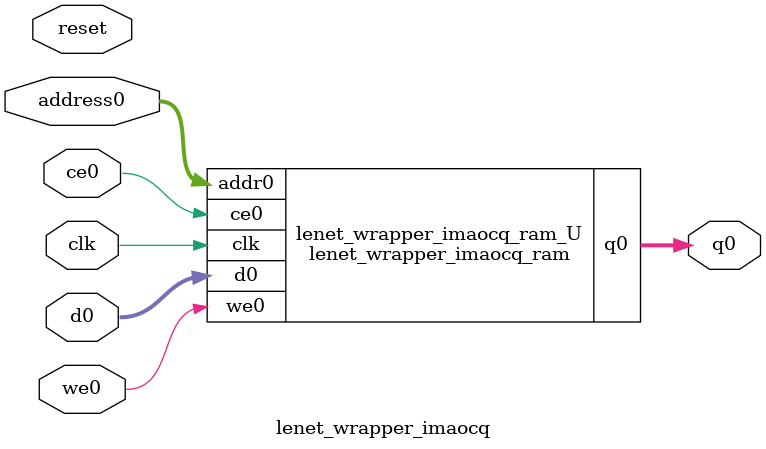
<source format=v>

`timescale 1 ns / 1 ps
module lenet_wrapper_imaocq_ram (addr0, ce0, d0, we0, q0,  clk);

parameter DWIDTH = 32;
parameter AWIDTH = 10;
parameter MEM_SIZE = 1024;

input[AWIDTH-1:0] addr0;
input ce0;
input[DWIDTH-1:0] d0;
input we0;
output reg[DWIDTH-1:0] q0;
input clk;

(* ram_style = "block" *)reg [DWIDTH-1:0] ram[0:MEM_SIZE-1];




always @(posedge clk)  
begin 
    if (ce0) 
    begin
        if (we0) 
        begin 
            ram[addr0] <= d0; 
            q0 <= d0;
        end 
        else 
            q0 <= ram[addr0];
    end
end


endmodule


`timescale 1 ns / 1 ps
module lenet_wrapper_imaocq(
    reset,
    clk,
    address0,
    ce0,
    we0,
    d0,
    q0);

parameter DataWidth = 32'd32;
parameter AddressRange = 32'd1024;
parameter AddressWidth = 32'd10;
input reset;
input clk;
input[AddressWidth - 1:0] address0;
input ce0;
input we0;
input[DataWidth - 1:0] d0;
output[DataWidth - 1:0] q0;



lenet_wrapper_imaocq_ram lenet_wrapper_imaocq_ram_U(
    .clk( clk ),
    .addr0( address0 ),
    .ce0( ce0 ),
    .d0( d0 ),
    .we0( we0 ),
    .q0( q0 ));

endmodule


</source>
